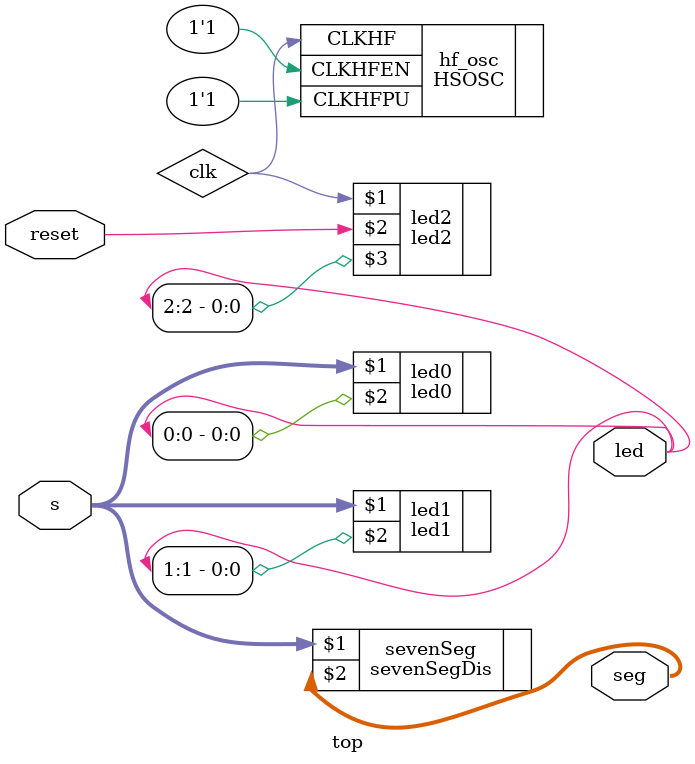
<source format=sv>

module top(
	input logic reset,
	input logic [3:0] s,
	output logic [2:0] led,
	output logic [6:0] seg
);
	logic clk;
	
	HSOSC #(.CLKHF_DIV(2'b01)) 
      hf_osc (.CLKHFPU(1'b1), .CLKHFEN(1'b1), .CLKHF(clk));
	  
	sevenSegDis sevenSeg(s, seg);
	led2 led2(clk, reset, led[2]);
	led1 led1(s, led[1]);
	led0 led0(s, led[0]);


endmodule

</source>
